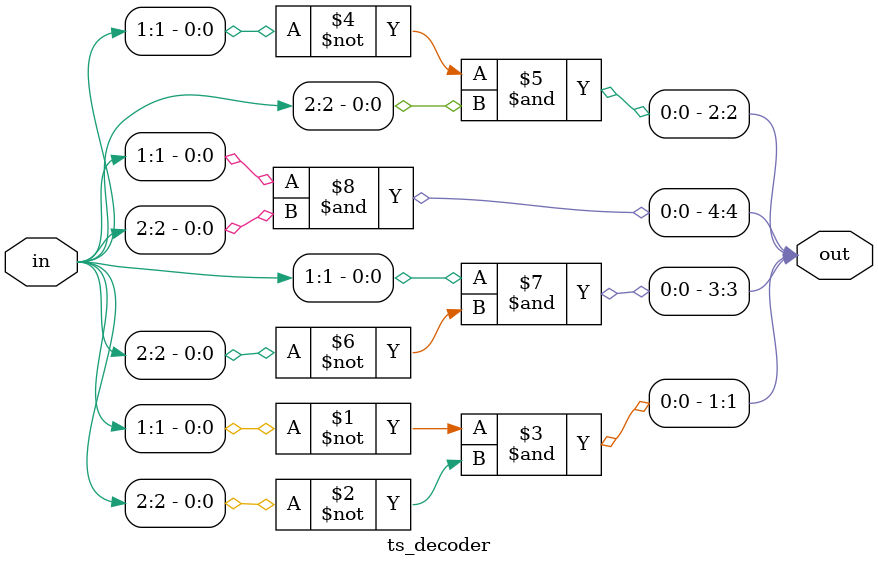
<source format=v>
`timescale 1ns / 1ps

module ts_decoder
    (
        output  [1:4] out    ,
        input   [1:2] in              
     );
     
     assign out[1] = ~in[1] & ~in[2] ; /* RED */
     assign out[2] = ~in[1] &  in[2] ; /* yellow, */
     assign out[3] =  in[1] & ~in[2] ; /* green,, */
     assign out[4] =  in[1] &  in[2] ; /* White */
endmodule

</source>
